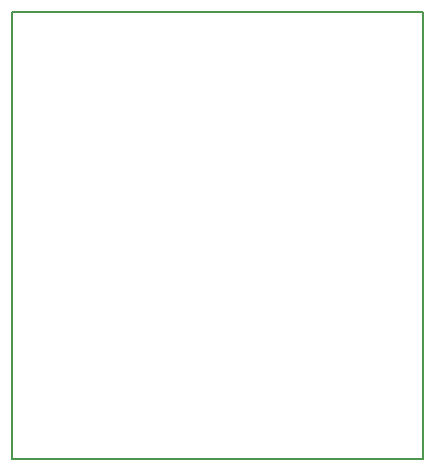
<source format=gm1>
G04 MADE WITH FRITZING*
G04 WWW.FRITZING.ORG*
G04 DOUBLE SIDED*
G04 HOLES PLATED*
G04 CONTOUR ON CENTER OF CONTOUR VECTOR*
%ASAXBY*%
%FSLAX23Y23*%
%MOIN*%
%OFA0B0*%
%SFA1.0B1.0*%
%ADD10R,1.377950X1.496060*%
%ADD11C,0.008000*%
%ADD10C,0.008*%
%LNCONTOUR*%
G90*
G70*
G54D10*
G54D11*
X4Y1492D02*
X1374Y1492D01*
X1374Y4D01*
X4Y4D01*
X4Y1492D01*
D02*
G04 End of contour*
M02*
</source>
